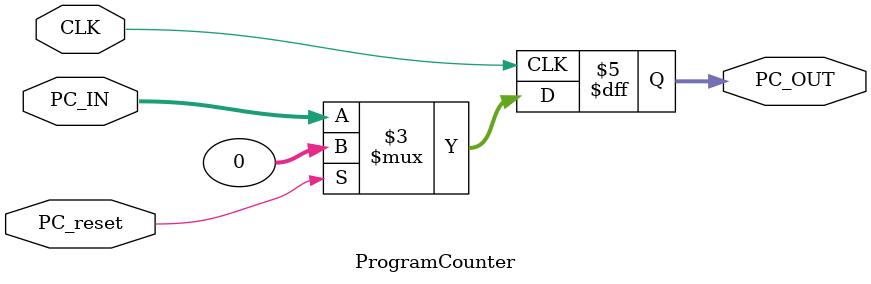
<source format=sv>
`timescale 1ns / 1ps


module ProgramCounter(
    input PC_reset,
    //input PC_WE,
    input [31:0] PC_IN,
    input CLK,
    output logic [31:0] PC_OUT
    );
    
    always_ff@ (posedge CLK) begin
        if (PC_reset) begin             //To reset the current value back to 0
            PC_OUT <= 0;
        end else begin                  //Output the current value
            PC_OUT <= PC_IN;
        end
    end
endmodule
</source>
